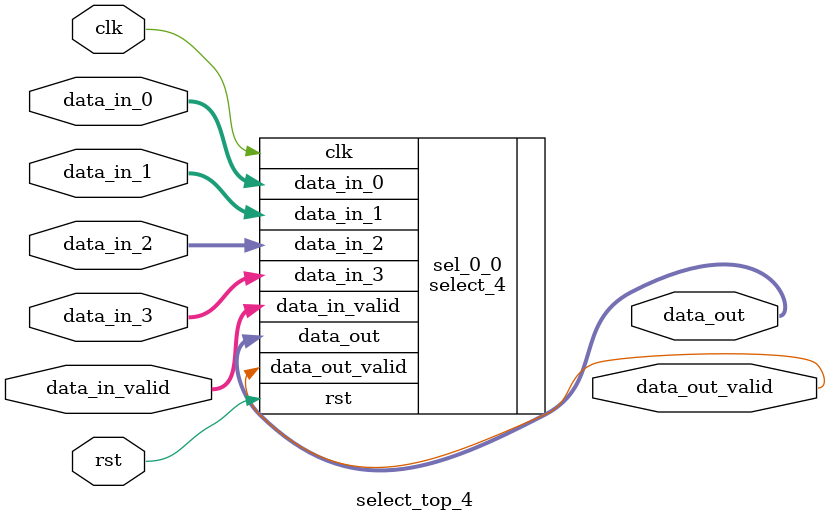
<source format=v>

module select_top_4 #
(
  parameter DATA_WIDTH = 32
)
(
  input clk,
  input rst,
  input [4-1:0] data_in_valid,
  input [DATA_WIDTH-1:0] data_in_0,
  input [DATA_WIDTH-1:0] data_in_1,
  input [DATA_WIDTH-1:0] data_in_2,
  input [DATA_WIDTH-1:0] data_in_3,
  output [DATA_WIDTH-1:0] data_out,
  output data_out_valid
);


  select_4
  #(
    .DATA_WIDTH(DATA_WIDTH)
  )
  sel_0_0
  (
    .clk(clk),
    .rst(rst),
    .data_in_valid(data_in_valid),
    .data_in_0(data_in_0),
    .data_in_1(data_in_1),
    .data_in_2(data_in_2),
    .data_in_3(data_in_3),
    .data_out_valid(data_out_valid),
    .data_out(data_out)
  );


endmodule

</source>
